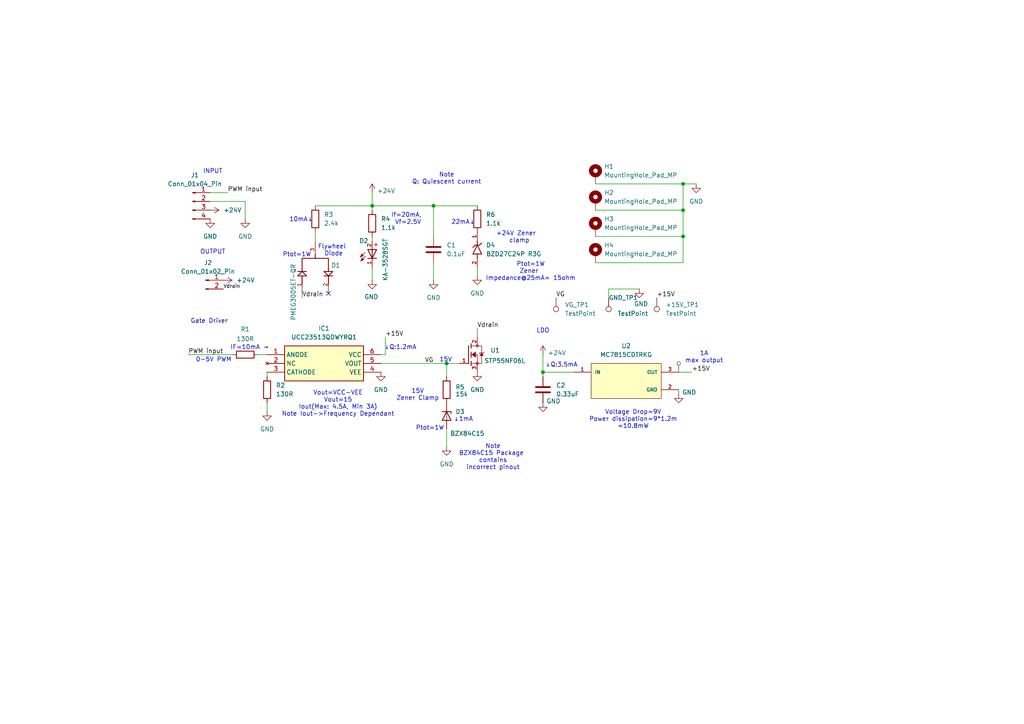
<source format=kicad_sch>
(kicad_sch (version 20231120) (generator "eeschema") (generator_version "8.0")
  (paper "A4")
  (title_block (title "Heater Control Circuit") (date "2024-11-12") (rev "1") (company "K.K"))
  (lib_symbols
    (symbol "BAS70-7:BAS70-7" (pin_names (offset 1.016))
      (property "Reference" "D" (at -8.9045 -10.1766 0))
      (property "Value" "BAS70-7" (at -8.9113 -12.7305 0))
      (symbol "BAS70-7_0_0"
        (polyline (pts (xy -5.08 1.27) (xy -3.81 1.27)) (stroke (width 0.254)))
        (polyline (pts (xy -3.81 1.27) (xy -3.81 -1.27)) (stroke (width 0.254)))
        (polyline (pts (xy -3.81 1.27) (xy -2.54 1.27)) (stroke (width 0.254)))
        (polyline (pts (xy -3.81 2.54) (xy -5.08 1.27)) (stroke (width 0.254)))
        (polyline (pts (xy -3.81 2.54) (xy -5.08 2.54)) (stroke (width 0.254)))
        (polyline (pts (xy -3.81 2.54) (xy -3.81 6.35)) (stroke (width 0.254)))
        (polyline (pts (xy -3.81 6.35) (xy 0 6.35)) (stroke (width 0.254)))
        (polyline (pts (xy -2.54 1.27) (xy -3.81 2.54)) (stroke (width 0.254)))
        (polyline (pts (xy -2.54 2.54) (xy -3.81 2.54)) (stroke (width 0.254)))
        (polyline (pts (xy 0 6.35) (xy 0 7.62)) (stroke (width 0.254)))
        (polyline (pts (xy 0 6.35) (xy 3.81 6.35)) (stroke (width 0.254)))
        (polyline (pts (xy 2.54 1.27) (xy 3.81 1.27)) (stroke (width 0.254)))
        (polyline (pts (xy 3.81 1.27) (xy 2.54 2.54)) (stroke (width 0.254)))
        (polyline (pts (xy 3.81 1.27) (xy 3.81 -1.27)) (stroke (width 0.254)))
        (polyline (pts (xy 3.81 1.27) (xy 5.08 1.27)) (stroke (width 0.254)))
        (polyline (pts (xy 3.81 2.54) (xy 2.54 2.54)) (stroke (width 0.254)))
        (polyline (pts (xy 3.81 2.54) (xy 5.08 2.54)) (stroke (width 0.254)))
        (polyline (pts (xy 3.81 6.35) (xy 3.81 2.54)) (stroke (width 0.254)))
        (polyline (pts (xy 5.08 2.54) (xy 3.81 1.27)) (stroke (width 0.254)))
        (pin passive line (at -3.81 -3.81 90) (length 5.08) (name "~") (number "1"))
        (pin passive line (at 3.81 -3.81 90) (length 5.08) (name "~") (number "2"))
        (pin passive line (at 0 11.43 270) (length 5.08) (name "~") (number "3"))
      )
    )
    (symbol "BZD27C10P:BZD27C10P" (pin_names (offset 1.016))
      (property "Reference" "D" (at -5.08 2.54 0))
      (property "Value" "BZD27C10P" (at -5.08 -3.81 0))
      (symbol "BZD27C10P_0_0"
        (polyline (pts (xy -2.54 0) (xy -1.27 0)) (stroke (width 0.254)))
        (polyline (pts (xy -1.27 -1.27) (xy 1.27 0)) (stroke (width 0.254)))
        (polyline (pts (xy -1.27 0) (xy -1.27 -1.27)) (stroke (width 0.254)))
        (polyline (pts (xy -1.27 1.27) (xy -1.27 0)) (stroke (width 0.254)))
        (polyline (pts (xy 0.635 1.27) (xy 1.27 0.635)) (stroke (width 0.254)))
        (polyline (pts (xy 1.27 -0.635) (xy 1.905 -1.27)) (stroke (width 0.254)))
        (polyline (pts (xy 1.27 0) (xy -1.27 1.27)) (stroke (width 0.254)))
        (polyline (pts (xy 1.27 0) (xy 1.27 -0.635)) (stroke (width 0.254)))
        (polyline (pts (xy 1.27 0.635) (xy 1.27 0)) (stroke (width 0.254)))
        (polyline (pts (xy 2.54 0) (xy 1.27 0)) (stroke (width 0.254)))
        (pin passive line (at 5.08 0 180) (length 2.54) (name "~") (number "1"))
        (pin passive line (at -5.08 0 0) (length 2.54) (name "~") (number "2"))
      )
    )
    (symbol "Connector:Conn_01x02_Pin" (pin_names (offset 1.016) hide)
      (property "Reference" "J" (at 0 2.54 0))
      (property "Value" "Conn_01x02_Pin" (at 0 -5.08 0))
      (symbol "Conn_01x02_Pin_1_1"
        (polyline (pts (xy 1.27 -2.54) (xy 0.8636 -2.54)) (stroke (width 0.1524)))
        (polyline (pts (xy 1.27 0) (xy 0.8636 0)) (stroke (width 0.1524)))
        (rectangle (start 0.8636 -2.413) (end 0 -2.667) (stroke (width 0.1524)) (fill (type outline)))
        (rectangle (start 0.8636 0.127) (end 0 -0.127) (stroke (width 0.1524)) (fill (type outline)))
        (pin passive line (at 5.08 0 180) (length 3.81) (name "Pin_1") (number "1"))
        (pin passive line (at 5.08 -2.54 180) (length 3.81) (name "Pin_2") (number "2"))
      )
    )
    (symbol "Connector:Conn_01x04_Pin" (pin_names (offset 1.016) hide)
      (property "Reference" "J" (at 0 5.08 0))
      (property "Value" "Conn_01x04_Pin" (at 0 -7.62 0))
      (symbol "Conn_01x04_Pin_1_1"
        (polyline (pts (xy 1.27 -5.08) (xy 0.8636 -5.08)) (stroke (width 0.1524)))
        (polyline (pts (xy 1.27 -2.54) (xy 0.8636 -2.54)) (stroke (width 0.1524)))
        (polyline (pts (xy 1.27 0) (xy 0.8636 0)) (stroke (width 0.1524)))
        (polyline (pts (xy 1.27 2.54) (xy 0.8636 2.54)) (stroke (width 0.1524)))
        (rectangle (start 0.8636 -4.953) (end 0 -5.207) (stroke (width 0.1524)) (fill (type outline)))
        (rectangle (start 0.8636 -2.413) (end 0 -2.667) (stroke (width 0.1524)) (fill (type outline)))
        (rectangle (start 0.8636 0.127) (end 0 -0.127) (stroke (width 0.1524)) (fill (type outline)))
        (rectangle (start 0.8636 2.667) (end 0 2.413) (stroke (width 0.1524)) (fill (type outline)))
        (pin passive line (at 5.08 2.54 180) (length 3.81) (name "Pin_1") (number "1"))
        (pin passive line (at 5.08 0 180) (length 3.81) (name "Pin_2") (number "2"))
        (pin passive line (at 5.08 -2.54 180) (length 3.81) (name "Pin_3") (number "3"))
        (pin passive line (at 5.08 -5.08 180) (length 3.81) (name "Pin_4") (number "4"))
      )
    )
    (symbol "Connector:TestPoint" (pin_numbers hide) (pin_names (offset 0.762) hide)
      (property "Reference" "TP" (at 0 6.858 0))
      (property "Value" "TestPoint" (at 0 5.08 0))
      (symbol "TestPoint_0_1"
        (circle (center 0 3.302) (radius 0.762))
      )
      (symbol "TestPoint_1_1"
        (pin passive line (at 0 0 90) (length 2.54) (name "1") (number "1"))
      )
    )
    (symbol "Device:C" (pin_numbers hide) (pin_names (offset 0.254))
      (property "Reference" "C" (at 0.635 2.54 0))
      (property "Value" "C" (at 0.635 -2.54 0))
      (symbol "C_0_1"
        (polyline (pts (xy -2.032 -0.762) (xy 2.032 -0.762)) (stroke (width 0.508)))
        (polyline (pts (xy -2.032 0.762) (xy 2.032 0.762)) (stroke (width 0.508)))
      )
      (symbol "C_1_1"
        (pin passive line (at 0 3.81 270) (length 2.794) (name "~") (number "1"))
        (pin passive line (at 0 -3.81 90) (length 2.794) (name "~") (number "2"))
      )
    )
    (symbol "Device:R" (pin_numbers hide) (pin_names (offset 0))
      (property "Reference" "R" (at 2.032 0 90))
      (property "Value" "R" (at 0 0 90))
      (symbol "R_0_1"
        (rectangle (start -1.016 -2.54) (end 1.016 2.54) (stroke (width 0.254)))
      )
      (symbol "R_1_1"
        (pin passive line (at 0 3.81 270) (length 1.27) (name "~") (number "1"))
        (pin passive line (at 0 -3.81 90) (length 1.27) (name "~") (number "2"))
      )
    )
    (symbol "Diode:BZX84Cxx" (pin_numbers hide) (pin_names hide)
      (property "Reference" "D" (at 0 3.81 0))
      (property "Value" "BZX84Cxx" (at 0 -3.81 0))
      (symbol "BZX84Cxx_0_1"
        (polyline (pts (xy 1.27 0) (xy -1.27 0)))
        (polyline (pts (xy -1.27 -1.27) (xy -1.27 1.27) (xy -0.762 1.27)) (stroke (width 0.254)))
        (polyline (pts (xy 1.27 -1.27) (xy 1.27 1.27) (xy -1.27 0) (xy 1.27 -1.27)) (stroke (width 0.254)))
      )
      (symbol "BZX84Cxx_1_1"
        (pin passive line (at 3.81 0 180) (length 2.54) (name "A") (number "1"))
        (pin no_connect line (at 1.27 0 180) (length 2.54) hide (name "NC") (number "2"))
        (pin passive line (at -3.81 0 0) (length 2.54) (name "K") (number "3"))
      )
    )
    (symbol "MC7805BDTRKG:MC7805BDTRKG" (pin_names (offset 1.016))
      (property "Reference" "U" (at -10.16 5.588 0))
      (property "Value" "MC7805BDTRKG" (at -10.16 -7.62 0))
      (symbol "MC7805BDTRKG_0_0"
        (rectangle (start -10.16 -5.08) (end 10.16 5.08) (stroke (width 0.1524)) (fill (type background)))
        (pin input line (at -15.24 2.54 0) (length 5.08) (name "IN") (number "1"))
        (pin power_in line (at 15.24 -2.54 180) (length 5.08) (name "GND") (number "2"))
        (pin output line (at 15.24 2.54 180) (length 5.08) (name "OUT") (number "3"))
      )
    )
    (symbol "Mechanical:MountingHole_Pad_MP" (pin_numbers hide) (pin_names (offset 1.016) hide) (exclude_from_sim yes) (in_bom no)
      (property "Reference" "H" (at 0 6.35 0))
      (property "Value" "MountingHole_Pad_MP" (at 0 4.445 0))
      (symbol "MountingHole_Pad_MP_0_1"
        (circle (center 0 1.27) (radius 1.27) (stroke (width 1.27)))
      )
      (symbol "MountingHole_Pad_MP_1_1"
        (pin input line (at 0 -2.54 90) (length 2.54) (name "MP") (number "MP"))
      )
    )
    (symbol "STP55NF06L:STP55NF06L" (pin_names (offset 1.016))
      (property "Reference" "U" (at -10.16 8.62 0))
      (property "Value" "STP55NF06L" (at -10.16 -11.62 0))
      (symbol "STP55NF06L_0_0"
        (circle (center 0 -2.54) (radius 0.3592))
        (polyline (pts (xy -2.54 2.54) (xy -2.54 -2.54)) (stroke (width 0.254)))
        (polyline (pts (xy -1.778 -2.54) (xy -1.778 -3.175)) (stroke (width 0.254)))
        (polyline (pts (xy -1.778 -1.905) (xy -1.778 -2.54)) (stroke (width 0.254)))
        (polyline (pts (xy -1.778 0) (xy -1.778 -0.762)) (stroke (width 0.254)))
        (polyline (pts (xy -1.778 0) (xy 0 0)) (stroke (width 0.1524)))
        (polyline (pts (xy -1.778 0.762) (xy -1.778 0)) (stroke (width 0.254)))
        (polyline (pts (xy -1.778 2.54) (xy -1.778 1.905)) (stroke (width 0.254)))
        (polyline (pts (xy -1.778 2.54) (xy 1.27 2.54)) (stroke (width 0.1524)))
        (polyline (pts (xy -1.778 3.175) (xy -1.778 2.54)) (stroke (width 0.254)))
        (polyline (pts (xy 0 -2.54) (xy -1.778 -2.54)) (stroke (width 0.1524)))
        (polyline (pts (xy 0 -2.54) (xy 1.27 -2.54)) (stroke (width 0.1524)))
        (polyline (pts (xy 0 0) (xy 0 -2.54)) (stroke (width 0.1524)))
        (polyline (pts (xy 0.762 0.508) (xy 0.508 0.254)) (stroke (width 0.1524)))
        (polyline (pts (xy 1.27 0.508) (xy 0.762 0.508)) (stroke (width 0.1524)))
        (polyline (pts (xy 1.27 0.508) (xy 1.27 -2.54)) (stroke (width 0.1524)))
        (polyline (pts (xy 1.27 2.54) (xy 1.27 0.508)) (stroke (width 0.1524)))
        (polyline (pts (xy 1.778 0.508) (xy 1.27 0.508)) (stroke (width 0.1524)))
        (polyline (pts (xy 2.032 0.762) (xy 1.778 0.508)) (stroke (width 0.1524)))
        (polyline (pts (xy -1.524 0) (xy -0.508 0.762) (xy -0.508 -0.762) (xy -1.524 0)) (stroke (width 0.1524)) (fill (type outline)))
        (polyline (pts (xy 1.27 0.508) (xy 0.762 -0.254) (xy 1.778 -0.254) (xy 1.27 0.508)) (stroke (width 0.1524)) (fill (type outline)))
        (circle (center 0 2.54) (radius 0.3592))
        (pin passive line (at -5.08 -2.54 0) (length 2.54) (name "~") (number "1"))
        (pin passive line (at 0 5.08 270) (length 2.54) (name "~") (number "2"))
        (pin passive line (at 0 -5.08 90) (length 2.54) (name "~") (number "3"))
      )
    )
    (symbol "UCC23513QDWYRQ1:UCC23513QDWYRQ1"
      (property "Reference" "IC" (at 29.21 7.62 0))
      (property "Value" "UCC23513QDWYRQ1" (at 29.21 5.08 0))
      (symbol "UCC23513QDWYRQ1_1_1"
        (rectangle (start 5.08 2.54) (end 27.94 -7.62) (stroke (width 0.254)) (fill (type background)))
        (pin passive line (at 0 0 0) (length 5.08) (name "ANODE") (number "1"))
        (pin no_connect line (at 0 -2.54 0) (length 5.08) (name "NC") (number "2"))
        (pin passive line (at 0 -5.08 0) (length 5.08) (name "CATHODE") (number "3"))
        (pin passive line (at 33.02 -5.08 180) (length 5.08) (name "VEE") (number "4"))
        (pin passive line (at 33.02 -2.54 180) (length 5.08) (name "VOUT") (number "5"))
        (pin passive line (at 33.02 0 180) (length 5.08) (name "VCC") (number "6"))
      )
    )
    (symbol "WL-SMTW_3528:WL-SMTW_3528" (pin_names (offset 1.016))
      (property "Reference" "D" (at 0.752 4.172 0))
      (property "Value" "WL-SMTW_3528" (at 0.872 -3.828 0))
      (symbol "WL-SMTW_3528_0_0"
        (polyline (pts (xy 0 -1.27) (xy 0 0)) (stroke (width 0.254)))
        (polyline (pts (xy 0 0) (xy 0 1.27)) (stroke (width 0.254)))
        (polyline (pts (xy 0 0) (xy 2.54 0)) (stroke (width 0.254)))
        (polyline (pts (xy 0 0) (xy 2.54 1.27)) (stroke (width 0.254)))
        (polyline (pts (xy 0.635 1.905) (xy -0.762 3.302)) (stroke (width 0.1524)))
        (polyline (pts (xy 1.778 2.032) (xy 0.381 3.429)) (stroke (width 0.1524)))
        (polyline (pts (xy 2.54 -1.27) (xy 0 0)) (stroke (width 0.254)))
        (polyline (pts (xy 2.54 -1.27) (xy 2.54 0)) (stroke (width 0.254)))
        (polyline (pts (xy 2.54 0) (xy 2.54 1.27)) (stroke (width 0.254)))
        (polyline (pts (xy -0.762 3.302) (xy 0.127 2.921) (xy -0.381 2.413) (xy -0.762 3.302)) (stroke (width 0.1524)) (fill (type outline)))
        (polyline (pts (xy 0.381 3.429) (xy 1.27 3.048) (xy 0.762 2.54) (xy 0.381 3.429)) (stroke (width 0.1524)) (fill (type outline)))
        (text "+" (at 3.08 -1.74 0) (effects (font (size 1.27 1.27)) (justify left bottom)))
        (pin passive line (at -2.54 0 0) (length 2.54) (name "~") (number "1"))
        (pin passive line (at 5.08 0 180) (length 2.54) (name "~") (number "2"))
      )
    )
    (symbol "power:+24V" (power) (pin_numbers hide) (pin_names (offset 0) hide)
      (property "Value" "+24V" (at 0 3.556 0))
      (symbol "+24V_0_1"
        (polyline (pts (xy -0.762 1.27) (xy 0 2.54)))
        (polyline (pts (xy 0 0) (xy 0 2.54)))
        (polyline (pts (xy 0 2.54) (xy 0.762 1.27)))
      )
      (symbol "+24V_1_1"
        (pin power_in line (at 0 0 90) (length 0) (name "~") (number "1"))
      )
    )
    (symbol "power:GND" (power) (pin_numbers hide) (pin_names (offset 0) hide)
      (property "Value" "GND" (at 0 -3.81 0))
      (symbol "GND_0_1"
        (polyline (pts (xy 0 0) (xy 0 -1.27) (xy 1.27 -1.27) (xy 0 -2.54) (xy -1.27 -1.27) (xy 0 -1.27)))
      )
      (symbol "GND_1_1"
        (pin power_in line (at 0 0 270) (length 0) (name "~") (number "1"))
      )
    )
  )
  (junction (at 198.12 60.96))
  (junction (at 198.12 68.58))
  (junction (at 125.73 59.69))
  (junction (at 157.48 107.95))
  (junction (at 107.95 59.69))
  (junction (at 129.54 105.41))
  (junction (at 198.12 53.34))
  (no_connect (at 95.25 85.09))
  (wire (pts (xy 157.48 102.87) (xy 157.48 107.95)))
  (wire (pts (xy 111.76 97.79) (xy 111.76 102.87)))
  (wire (pts (xy 77.47 109.22) (xy 77.47 107.95)))
  (wire (pts (xy 176.53 83.82) (xy 176.53 86.36)))
  (wire (pts (xy 54.61 102.87) (xy 67.31 102.87)))
  (wire (pts (xy 91.44 67.31) (xy 91.44 69.85)))
  (wire (pts (xy 196.85 114.3) (xy 196.85 113.03)))
  (wire (pts (xy 71.12 58.42) (xy 71.12 63.5)))
  (wire (pts (xy 196.85 107.95) (xy 200.66 107.95)))
  (wire (pts (xy 107.95 69.85) (xy 107.95 68.58)))
  (wire (pts (xy 60.96 55.88) (xy 66.04 55.88)))
  (wire (pts (xy 107.95 60.96) (xy 107.95 59.69)))
  (wire (pts (xy 138.43 95.25) (xy 138.43 97.79)))
  (wire (pts (xy 129.54 105.41) (xy 129.54 109.22)))
  (wire (pts (xy 87.63 86.36) (xy 87.63 85.09)))
  (wire (pts (xy 125.73 59.69) (xy 125.73 68.58)))
  (wire (pts (xy 107.95 55.88) (xy 107.95 59.69)))
  (wire (pts (xy 198.12 76.2) (xy 198.12 68.58)))
  (wire (pts (xy 172.72 68.58) (xy 198.12 68.58)))
  (wire (pts (xy 110.49 105.41) (xy 129.54 105.41)))
  (wire (pts (xy 107.95 59.69) (xy 125.73 59.69)))
  (wire (pts (xy 172.72 76.2) (xy 198.12 76.2)))
  (wire (pts (xy 198.12 68.58) (xy 198.12 60.96)))
  (wire (pts (xy 198.12 60.96) (xy 198.12 53.34)))
  (wire (pts (xy 91.44 59.69) (xy 107.95 59.69)))
  (wire (pts (xy 138.43 77.47) (xy 138.43 80.01)))
  (wire (pts (xy 172.72 53.34) (xy 198.12 53.34)))
  (wire (pts (xy 172.72 60.96) (xy 198.12 60.96)))
  (wire (pts (xy 157.48 107.95) (xy 166.37 107.95)))
  (wire (pts (xy 77.47 116.84) (xy 77.47 119.38)))
  (wire (pts (xy 111.76 102.87) (xy 110.49 102.87)))
  (wire (pts (xy 125.73 76.2) (xy 125.73 81.28)))
  (wire (pts (xy 129.54 105.41) (xy 133.35 105.41)))
  (wire (pts (xy 74.93 102.87) (xy 77.47 102.87)))
  (wire (pts (xy 107.95 77.47) (xy 107.95 81.28)))
  (wire (pts (xy 157.48 109.22) (xy 157.48 107.95)))
  (wire (pts (xy 198.12 53.34) (xy 201.93 53.34)))
  (wire (pts (xy 125.73 59.69) (xy 138.43 59.69)))
  (wire (pts (xy 185.42 83.82) (xy 176.53 83.82)))
  (wire (pts (xy 60.96 58.42) (xy 71.12 58.42)))
  (wire (pts (xy 129.54 124.46) (xy 129.54 129.54)))
  (text "INPUT" (at 61.722 49.784 0) (effects (font (size 1.27 1.27))))
  (text "↓Q:1.2mA" (at 116.078 100.838 0) (effects (font (size 1.27 1.27))))
  (text "+24V Zener  \nclamp" (at 150.622 68.834 0) (effects (font (size 1.27 1.27))))
  (text "If=20mA, \nVf=2.5V" (at 118.364 63.5 0) (effects (font (size 1.27 1.27))))
  (text "0-5V PWM" (at 61.976 104.394 0) (effects (font (size 1.27 1.27))))
  (text "Flywheel \nDiode" (at 96.774 72.644 0) (effects (font (size 1.27 1.27))))
  (text "Voltage Drop=9V\nPower dissipation=9*1.2m\n=10.8mW" (at 183.642 121.666 0) (effects (font (size 1.27 1.27))))
  (text "15V\n\n" (at 129.286 105.41 0) (effects (font (size 1.27 1.27))))
  (text "IF=10mA →" (at 72.39 100.838 0) (effects (font (size 1.27 1.27))))
  (text "Vout=VCC-VEE\nVout=15\nIout(Max: 4.5A, Min 3A)\nNote Iout->Frequency Dependant" (at 98.044 117.094 0) (effects (font (size 1.27 1.27))))
  (text "↓Q:3.5mA" (at 162.814 105.918 0) (effects (font (size 1.27 1.27))))
  (text "22mA↓" (at 134.366 64.516 0) (effects (font (size 1.27 1.27))))
  (text "10mA↓" (at 87.376 63.754 0) (effects (font (size 1.27 1.27))))
  (text "OUTPUT" (at 61.722 73.152 0) (effects (font (size 1.27 1.27))))
  (text "Ptot=1W" (at 86.106 73.914 0) (effects (font (size 1.27 1.27))))
  (text "Note\nBZX84C15 Package \ncontains\nincorrect pinout\n" (at 143.002 132.588 0) (effects (font (size 1.27 1.27))))
  (text "Ptot=1W\nZener \nImpedance@25mA= 15ohm" (at 153.924 78.74 0) (effects (font (size 1.27 1.27))))
  (text "LDO" (at 157.48 96.012 0) (effects (font (size 1.27 1.27))))
  (text "15V\nZener Clamp\n" (at 121.158 114.554 0) (effects (font (size 1.27 1.27))))
  (text "1A\nmax output" (at 204.216 103.632 0) (effects (font (size 1.27 1.27))))
  (text "Note\nQ: Quiescent current" (at 129.54 51.816 0) (effects (font (size 1.27 1.27))))
  (text "↓1mA" (at 134.366 121.666 0) (effects (font (size 1.27 1.27))))
  (text "Ptot=1W" (at 124.714 124.206 0) (effects (font (size 1.27 1.27))))
  (text "Gate Driver" (at 60.706 93.218 0) (effects (font (size 1.27 1.27))))
  (label "Vdrain" (at 138.43 95.25 0))
  (label "Vdrain" (at 87.63 86.36 0))
  (label "Vdrain" (at 64.77 83.82 0) (effects (font (size 1.016 1.016))))
  (label "+15V" (at 200.66 107.95 0))
  (label "VG" (at 123.19 105.41 0))
  (label "+15V" (at 111.76 97.79 0))
  (label "VG" (at 161.29 86.36 0))
  (label "PWM input" (at 66.04 55.88 0))
  (label "+15V" (at 190.5 86.36 0))
  (label "PWM input" (at 54.61 102.87 0))
  (netclass_flag "" (length 2.54) (shape round) (at 196.85 107.95 0) (property "Netclass" "Power" (effects (hide yes))))
  (symbol (lib_id "Device:R") (at 138.43 63.5 0) (unit 1)
    (property "Reference" "R6" (at 140.97 62.2299 0) (effects (justify left)))
    (property "Value" "1.1k" (at 140.97 64.7699 0) (effects (justify left)))
    (property "Footprint" "Resistor_SMD:R_1206_3216Metric" (effects (hide yes)))
    (property "Description" "Resistor" (effects (hide yes)))
  )
  (symbol (lib_id "Connector:Conn_01x04_Pin") (at 55.88 58.42 0) (unit 1)
    (property "Reference" "J1" (at 56.515 50.8 0))
    (property "Value" "Conn_01x04_Pin" (at 56.515 53.34 0))
    (property "Footprint" "Connector_PinSocket_2.54mm:PinSocket_1x04_P2.54mm_Vertical" (effects (hide yes)))
    (property "Description" "Generic connector, single row, 01x04, script generated" (effects (hide yes)))
  )
  (symbol (lib_id "Device:R") (at 91.44 63.5 0) (unit 1)
    (property "Reference" "R3" (at 93.98 62.2299 0) (effects (justify left)))
    (property "Value" "2.4k" (at 93.98 64.7699 0) (effects (justify left)))
    (property "Footprint" "Resistor_SMD:R_1206_3216Metric" (effects (hide yes)))
    (property "Description" "Resistor" (effects (hide yes)))
  )
  (symbol (lib_id "Device:R") (at 71.12 102.87 90) (unit 1)
    (property "Reference" "R1" (at 71.12 95.504 90))
    (property "Value" "130R" (at 71.12 98.298 90))
    (property "Footprint" "Resistor_SMD:R_1206_3216Metric" (effects (hide yes)))
    (property "Description" "Resistor" (effects (hide yes)))
    (property "Tolerance" "±1%" (effects (hide yes)))
  )
  (symbol (lib_id "power:+24V") (at 157.48 102.87 0) (unit 1)
    (property "Reference" "#PWR013" (effects (hide yes)))
    (property "Value" "+24V" (at 161.544 102.362 0))
    (property "Description" "Power symbol creates a global label with name \"+24V\"" (effects (hide yes)))
  )
  (symbol (lib_id "Connector:Conn_01x02_Pin") (at 59.69 81.28 0) (unit 1) (exclude_from_sim yes) (in_bom no)
    (property "Reference" "J2" (at 60.325 76.2 0))
    (property "Value" "Conn_01x02_Pin" (at 60.325 78.74 0))
    (property "Footprint" "Connector_PinHeader_2.54mm:PinHeader_1x02_P2.54mm_Vertical" (effects (hide yes)))
    (property "Description" "Generic connector, single row, 01x02, script generated" (effects (hide yes)))
  )
  (symbol (lib_id "power:GND") (at 129.54 129.54 0) (unit 1)
    (property "Reference" "#PWR010" (effects (hide yes)))
    (property "Value" "GND" (at 129.54 134.62 0))
    (property "Description" "Power symbol creates a global label with name \"GND\" , ground" (effects (hide yes)))
  )
  (symbol (lib_id "power:+24V") (at 107.95 55.88 0) (unit 1)
    (property "Reference" "#PWR06" (effects (hide yes)))
    (property "Value" "+24V" (at 112.014 55.372 0))
    (property "Description" "Power symbol creates a global label with name \"+24V\"" (effects (hide yes)))
  )
  (symbol (lib_id "power:+24V") (at 60.96 60.96 270) (unit 1)
    (property "Reference" "#PWR01" (effects (hide yes)))
    (property "Value" "+24V" (at 64.77 60.9599 90) (effects (justify left)))
    (property "Description" "Power symbol creates a global label with name \"+24V\"" (effects (hide yes)))
  )
  (symbol (lib_id "Connector:TestPoint") (at 161.29 86.36 180) (unit 1) (exclude_from_sim yes) (in_bom no)
    (property "Reference" "VG_TP1" (at 163.83 88.3919 0) (effects (justify right)))
    (property "Value" "TestPoint" (at 163.83 90.9319 0) (effects (justify right)))
    (property "Footprint" "Connector_Pin:Pin_D0.9mm_L10.0mm_W2.4mm_FlatFork" (effects (hide yes)))
    (property "Description" "test point" (effects (hide yes)))
  )
  (symbol (lib_id "power:GND") (at 196.85 114.3 0) (unit 1)
    (property "Reference" "#PWR016" (effects (hide yes)))
    (property "Value" "GND" (at 199.898 113.792 0))
    (property "Description" "Power symbol creates a global label with name \"GND\" , ground" (effects (hide yes)))
  )
  (symbol (lib_id "power:GND") (at 60.96 63.5 0) (unit 1)
    (property "Reference" "#PWR02" (effects (hide yes)))
    (property "Value" "GND" (at 60.96 68.58 0))
    (property "Description" "Power symbol creates a global label with name \"GND\" , ground" (effects (hide yes)))
  )
  (symbol (lib_id "BZD27C10P:BZD27C10P") (at 138.43 72.39 90) (unit 1)
    (property "Reference" "D4" (at 140.97 71.1199 90) (effects (justify right)))
    (property "Value" "BZD27C24P R3G" (at 140.97 73.6599 90) (effects (justify right)))
    (property "Footprint" "BZD27C10P:SODFL3618X143N" (effects (hide yes)))
    (property "Datasheet" "https://www.farnell.com/datasheets/2357974.pdf" (effects (hide yes)))
    (property "Description" "Zener Single Diode, 24 V, 800 mW, SMD, 2 Pins, 175 °C, Surface Mount" (effects (hide yes)))
    (property "Package" "SUB SMA-2 Taiwan Semiconductor" (effects (hide yes)))
  )
  (symbol (lib_id "Mechanical:MountingHole_Pad_MP") (at 172.72 58.42 0) (unit 1) (exclude_from_sim yes) (in_bom no)
    (property "Reference" "H2" (at 175.26 55.8799 0) (effects (justify left)))
    (property "Value" "MountingHole_Pad_MP" (at 175.26 58.4199 0) (effects (justify left)))
    (property "Footprint" "MountingHole:MountingHole_2.2mm_M2_DIN965_Pad" (effects (hide yes)))
    (property "Description" "Mounting Hole with connection as pad named MP" (effects (hide yes)))
  )
  (symbol (lib_id "STP55NF06L:STP55NF06L") (at 138.43 102.87 0) (unit 1)
    (property "Reference" "U1" (at 142.24 101.5999 0) (effects (justify left)))
    (property "Value" "STP55NF06L" (at 140.462 104.648 0) (effects (justify left)))
    (property "Footprint" "STP55NF06L:TO254P1040X460X1935-3" (effects (hide yes)))
    (property "Datasheet" "https://www.st.com/resource/en/datasheet/stp55nf06l.pdf" (effects (hide yes)))
    (property "MF" "STMicroelectronics" (effects (hide yes)))
    (property "DESCRIPTION" "N-channel 60 V, 0.014 Ohm typ., 35 A StripFET II Power MOSFET in a TO-220 package" (effects (hide yes)))
    (property "PACKAGE" "TO-220 STMicroelectronics" (effects (hide yes)))
    (property "PRICE" "None" (effects (hide yes)))
    (property "Package" "TO-220-3 STMicroelectronics" (effects (hide yes)))
    (property "Check_prices" "https://www.snapeda.com/parts/STP55NF06L/STMicroelectronics/view-part/?ref=eda" (effects (hide yes)))
    (property "STANDARD" "IPC7351B" (effects (hide yes)))
    (property "SnapEDA_Link" "https://www.snapeda.com/parts/STP55NF06L/STMicroelectronics/view-part/?ref=snap" (effects (hide yes)))
    (property "MP" "STP55NF06L" (effects (hide yes)))
    (property "Purchase-URL" "https://www.snapeda.com/api/url_track_click_mouser/?unipart_id=552863&manufacturer=STMicroelectronics&part_name=STP55NF06L&search_term=None" (effects (hide yes)))
    (property "Description_1" "\n                        \n                            N-Channel 60V 55A (Tc) 95W (Tc) Through Hole TO-220AB\n                        \n" (effects (hide yes)))
    (property "Availability" "In Stock" (effects (hide yes)))
    (property "Price" "None" (effects (hide yes)))
    (property "MANUFACTURER" "STMicroelectronics" (effects (hide yes)))
  )
  (symbol (lib_id "power:GND") (at 125.73 81.28 0) (unit 1)
    (property "Reference" "#PWR09" (effects (hide yes)))
    (property "Value" "GND" (at 125.73 86.36 0))
    (property "Description" "Power symbol creates a global label with name \"GND\" , ground" (effects (hide yes)))
  )
  (symbol (lib_id "power:GND") (at 185.42 83.82 0) (unit 1)
    (property "Reference" "#PWR015" (effects (hide yes)))
    (property "Value" "GND" (at 185.928 88.138 0))
    (property "Description" "Power symbol creates a global label with name \"GND\" , ground" (effects (hide yes)))
  )
  (symbol (lib_id "Device:C") (at 125.73 72.39 0) (unit 1)
    (property "Reference" "C1" (at 129.54 71.1199 0) (effects (justify left)))
    (property "Value" "0.1uF" (at 129.54 73.6599 0) (effects (justify left)))
    (property "Footprint" "Capacitor_SMD:C_1206_3216Metric" (effects (hide yes)))
    (property "Description" "Unpolarized capacitor" (effects (hide yes)))
    (property "Tolerance" "±10%" (effects (hide yes)))
    (property "Voltage" "50V dc" (effects (hide yes)))
  )
  (symbol (lib_id "power:GND") (at 71.12 63.5 0) (unit 1)
    (property "Reference" "#PWR04" (effects (hide yes)))
    (property "Value" "GND" (at 71.12 68.58 0))
    (property "Description" "Power symbol creates a global label with name \"GND\" , ground" (effects (hide yes)))
  )
  (symbol (lib_id "power:GND") (at 138.43 80.01 0) (unit 1)
    (property "Reference" "#PWR011" (effects (hide yes)))
    (property "Value" "GND" (at 138.43 85.09 0))
    (property "Description" "Power symbol creates a global label with name \"GND\" , ground" (effects (hide yes)))
  )
  (symbol (lib_id "Device:R") (at 129.54 113.03 0) (unit 1)
    (property "Reference" "R5" (at 132.08 112.268 0) (effects (justify left)))
    (property "Value" "15k" (at 132.08 114.2999 0) (effects (justify left)))
    (property "Footprint" "Resistor_SMD:R_1206_3216Metric" (effects (hide yes)))
    (property "Description" "Resistor" (effects (hide yes)))
  )
  (symbol (lib_id "UCC23513QDWYRQ1:UCC23513QDWYRQ1") (at 77.47 102.87 0) (unit 1)
    (property "Reference" "IC1" (at 93.98 95.25 0))
    (property "Value" "UCC23513QDWYRQ1" (at 93.98 97.79 0))
    (property "Footprint" "UCC23513QDWYRQ1:SOIC127P1150X355-6N" (effects (hide yes)))
    (property "Datasheet" "https://www.ti.com/lit/ds/symlink/ucc23513-q1.pdf?ts=1619871207992&ref_url=https%253A%252F%252Feu.mouser.com%252F" (effects (hide yes)))
    (property "Description" "Gate Drivers Automotive 4-A source, 5-A sink, 5.7-kVRMS opto-compatible single-channel isolated gate driver 6-SOIC -40 to 125" (effects (hide yes)))
    (property "Height" "3.55" (effects (hide yes)))
    (property "Manufacturer_Name" "Texas Instruments" (effects (hide yes)))
    (property "Manufacturer_Part_Number" "UCC23513QDWYRQ1" (effects (hide yes)))
    (property "Mouser Part Number" "595-UCC23513QDWYRQ1" (effects (hide yes)))
    (property "Mouser Price/Stock" "https://www.mouser.co.uk/ProductDetail/Texas-Instruments/UCC23513QDWYRQ1?qs=DRkmTr78QAQFOTnNqSLksg%3D%3D" (effects (hide yes)))
    (property "Arrow Part Number" "UCC23513QDWYRQ1" (effects (hide yes)))
    (property "Arrow Price/Stock" "https://www.arrow.com/en/products/ucc23513qdwyrq1/texas-instruments?region=nac" (effects (hide yes)))
  )
  (symbol (lib_id "Connector:TestPoint") (at 190.5 86.36 180) (unit 1) (exclude_from_sim yes) (in_bom no)
    (property "Reference" "+15V_TP1" (at 193.04 88.3919 0) (effects (justify right)))
    (property "Value" "TestPoint" (at 193.04 90.9319 0) (effects (justify right)))
    (property "Footprint" "Connector_Pin:Pin_D0.9mm_L10.0mm_W2.4mm_FlatFork" (effects (hide yes)))
    (property "Description" "test point" (effects (hide yes)))
  )
  (symbol (lib_id "Mechanical:MountingHole_Pad_MP") (at 172.72 66.04 0) (unit 1) (exclude_from_sim yes) (in_bom no)
    (property "Reference" "H3" (at 175.26 63.4999 0) (effects (justify left)))
    (property "Value" "MountingHole_Pad_MP" (at 175.26 66.0399 0) (effects (justify left)))
    (property "Footprint" "MountingHole:MountingHole_2.2mm_M2_DIN965_Pad" (effects (hide yes)))
    (property "Description" "Mounting Hole with connection as pad named MP" (effects (hide yes)))
  )
  (symbol (lib_id "Connector:TestPoint") (at 176.53 86.36 180) (unit 1) (exclude_from_sim yes) (in_bom no)
    (property "Reference" "GND_TP1" (at 176.53 86.36 0) (effects (justify right)))
    (property "Value" "TestPoint" (at 179.07 90.9319 0) (effects (justify right)))
    (property "Footprint" "Connector_Pin:Pin_D0.9mm_L10.0mm_W2.4mm_FlatFork" (effects (hide yes)))
    (property "Description" "test point" (effects (hide yes)))
  )
  (symbol (lib_id "Device:R") (at 77.47 113.03 180) (unit 1)
    (property "Reference" "R2" (at 80.01 111.7599 0) (effects (justify right)))
    (property "Value" "130R" (at 80.01 114.2999 0) (effects (justify right)))
    (property "Footprint" "Resistor_SMD:R_1206_3216Metric" (effects (hide yes)))
    (property "Description" "Resistor" (effects (hide yes)))
    (property "Tolerance" "±1%" (effects (hide yes)))
  )
  (symbol (lib_id "power:GND") (at 138.43 107.95 0) (unit 1)
    (property "Reference" "#PWR012" (effects (hide yes)))
    (property "Value" "GND" (at 138.43 113.03 0))
    (property "Description" "Power symbol creates a global label with name \"GND\" , ground" (effects (hide yes)))
  )
  (symbol (lib_id "Device:R") (at 107.95 64.77 0) (unit 1)
    (property "Reference" "R4" (at 110.49 63.4999 0) (effects (justify left)))
    (property "Value" "1.1k" (at 110.49 66.0399 0) (effects (justify left)))
    (property "Footprint" "Resistor_SMD:R_1206_3216Metric" (effects (hide yes)))
    (property "Description" "Resistor" (effects (hide yes)))
  )
  (symbol (lib_id "Device:C") (at 157.48 113.03 0) (unit 1)
    (property "Reference" "C2" (at 161.29 111.7599 0) (effects (justify left)))
    (property "Value" "0.33uF" (at 161.29 114.2999 0) (effects (justify left)))
    (property "Footprint" "Capacitor_SMD:C_1206_3216Metric" (effects (hide yes)))
    (property "Description" "Unpolarized capacitor" (effects (hide yes)))
    (property "Tolerance" "±10%" (effects (hide yes)))
    (property "Voltage" "50V dc" (effects (hide yes)))
  )
  (symbol (lib_id "power:GND") (at 110.49 107.95 0) (unit 1)
    (property "Reference" "#PWR08" (effects (hide yes)))
    (property "Value" "GND" (at 110.49 113.03 0))
    (property "Description" "Power symbol creates a global label with name \"GND\" , ground" (effects (hide yes)))
  )
  (symbol (lib_id "power:GND") (at 201.93 53.34 0) (unit 1)
    (property "Reference" "#PWR017" (effects (hide yes)))
    (property "Value" "GND" (at 201.93 58.42 0))
    (property "Description" "Power symbol creates a global label with name \"GND\" , ground" (effects (hide yes)))
  )
  (symbol (lib_id "power:+24V") (at 64.77 81.28 270) (unit 1)
    (property "Reference" "#PWR03" (effects (hide yes)))
    (property "Value" "+24V" (at 68.58 81.2799 90) (effects (justify left)))
    (property "Description" "Power symbol creates a global label with name \"+24V\"" (effects (hide yes)))
  )
  (symbol (lib_id "power:GND") (at 77.47 119.38 0) (unit 1)
    (property "Reference" "#PWR05" (effects (hide yes)))
    (property "Value" "GND" (at 77.47 124.46 0))
    (property "Description" "Power symbol creates a global label with name \"GND\" , ground" (effects (hide yes)))
  )
  (symbol (lib_id "power:GND") (at 157.48 116.84 0) (unit 1)
    (property "Reference" "#PWR014" (effects (hide yes)))
    (property "Value" "GND" (at 160.528 116.332 0))
    (property "Description" "Power symbol creates a global label with name \"GND\" , ground" (effects (hide yes)))
  )
  (symbol (lib_id "Diode:BZX84Cxx") (at 129.54 120.65 270) (unit 1)
    (property "Reference" "D3" (at 132.08 119.3799 90) (effects (justify left)))
    (property "Value" "BZX84C15" (at 130.556 125.73 90) (effects (justify left)))
    (property "Footprint" "Package_TO_SOT_SMD:SOT-23" (effects (hide yes)))
    (property "Datasheet" "https://4donline.ihs.com/images/VipMasterIC/IC/ZETX/ZETXS01975/ZETXS01975-1.pdf?hkey=6D3A4C79FDBF58556ACFDE234799DDF0" (effects (hide yes)))
    (property "Description" "Zener Single Diode, 15 V, 350 mW, SOT-23, 3 Pins, 150 °C, Surface Mount" (effects (hide yes)))
    (property "Manufacturer" "DIODES INC." (effects (hide yes)))
    (property "Package" "SOT-23" (effects (hide yes)))
  )
  (symbol (lib_id "power:GND") (at 107.95 81.28 0) (unit 1)
    (property "Reference" "#PWR07" (effects (hide yes)))
    (property "Value" "GND" (at 107.696 86.106 0))
    (property "Description" "Power symbol creates a global label with name \"GND\" , ground" (effects (hide yes)))
  )
  (symbol (lib_id "Mechanical:MountingHole_Pad_MP") (at 172.72 50.8 0) (unit 1) (exclude_from_sim yes) (in_bom no)
    (property "Reference" "H1" (at 175.26 48.2599 0) (effects (justify left)))
    (property "Value" "MountingHole_Pad_MP" (at 175.26 50.7999 0) (effects (justify left)))
    (property "Footprint" "MountingHole:MountingHole_2.2mm_M2_DIN965_Pad" (effects (hide yes)))
    (property "Description" "Mounting Hole with connection as pad named MP" (effects (hide yes)))
  )
  (symbol (lib_id "Mechanical:MountingHole_Pad_MP") (at 172.72 73.66 0) (unit 1) (exclude_from_sim yes) (in_bom no)
    (property "Reference" "H4" (at 175.26 71.1199 0) (effects (justify left)))
    (property "Value" "MountingHole_Pad_MP" (at 175.26 73.6599 0) (effects (justify left)))
    (property "Footprint" "MountingHole:MountingHole_2.2mm_M2_DIN965_Pad" (effects (hide yes)))
    (property "Description" "Mounting Hole with connection as pad named MP" (effects (hide yes)))
  )
  (symbol (lib_id "MC7805BDTRKG:MC7805BDTRKG") (at 181.61 110.49 0) (unit 1)
    (property "Reference" "U2" (at 181.61 100.33 0))
    (property "Value" "MC7815CDTRKG" (at 181.61 102.87 0))
    (property "Footprint" "MC7805BDTRKG:DPAK229P990X238-4N" (effects (hide yes)))
    (property "MF" "onsemi" (effects (hide yes)))
    (property "Description_1" "\n                        \n                            Linear Voltage Regulator IC Positive Fixed 1 Output 1A DPAK\n                        \n" (effects (hide yes)))
    (property "Package" "DPAK-3 ON Semiconductor" (effects (hide yes)))
    (property "Price" "None" (effects (hide yes)))
    (property "Check_prices" "https://www.snapeda.com/parts/MC7805BDTRKG/Onsemi/view-part/?ref=eda" (effects (hide yes)))
    (property "STANDARD" "IPC-7351B" (effects (hide yes)))
    (property "PARTREV" "27" (effects (hide yes)))
    (property "SnapEDA_Link" "https://www.snapeda.com/parts/MC7805BDTRKG/Onsemi/view-part/?ref=snap" (effects (hide yes)))
    (property "MP" "MC7805BDTRKG" (effects (hide yes)))
    (property "Availability" "In Stock" (effects (hide yes)))
    (property "MANUFACTURER" "ON Semiconductor" (effects (hide yes)))
  )
  (symbol (lib_id "BAS70-7:BAS70-7") (at 91.44 81.28 0) (unit 1)
    (property "Reference" "D1" (at 96.012 76.962 0) (effects (justify left)))
    (property "Value" "PMEG3005ET-QR" (at 85.09 92.964 90) (effects (justify left)))
    (property "Footprint" "BAS70-7:SOT23" (effects (hide yes)))
    (property "Datasheet" "https://4donline.ihs.com/images/VipMasterIC/IC/NEXP/NEXP-S-A0006011439/NEXP-S-A0006011439-1.pdf?hkey=6D3A4C79FDBF58556ACFDE234799DDF0" (effects (hide yes)))
    (property "Description" "Small Signal Schottky Diode, Single, 30 V, 0.5 A, 430 mV, 10 A, 150 °C" (effects (hide yes)))
    (property "MFR" "NEXPERIA" (effects (hide yes)))
  )
  (symbol (lib_id "WL-SMTW_3528:WL-SMTW_3528") (at 107.95 74.93 90) (unit 1)
    (property "Reference" "D2" (at 104.14 69.85 90) (effects (justify right)))
    (property "Value" "KA-3528SGT" (at 111.76 69.088 0) (effects (justify right)))
    (property "Footprint" "WL-SMTW_3528:WL-SMTW_3528" (effects (hide yes)))
    (property "Datasheet" "https://docs.rs-online.com/8ff7/0900766b80026daa.pdf" (effects (hide yes)))
    (property "Description" "Kingbright2.2 V Green LED PLCC 2 SMD, KA-3528SGT" (effects (hide yes)))
    (property "MF" "Kingbright" (effects (hide yes)))
    (property "Package" "PLCC-2 Würth Elektronik" (effects (hide yes)))
  )
)
</source>
